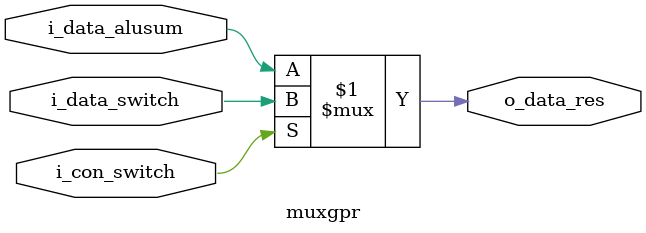
<source format=sv>
module muxgpr(
	input logic i_data_alusum,
	input logic i_data_switch,
	input logic i_con_switch,
	output logic o_data_res
	);

assign o_data_res = i_con_switch ? i_data_switch : i_data_alusum;

endmodule
</source>
